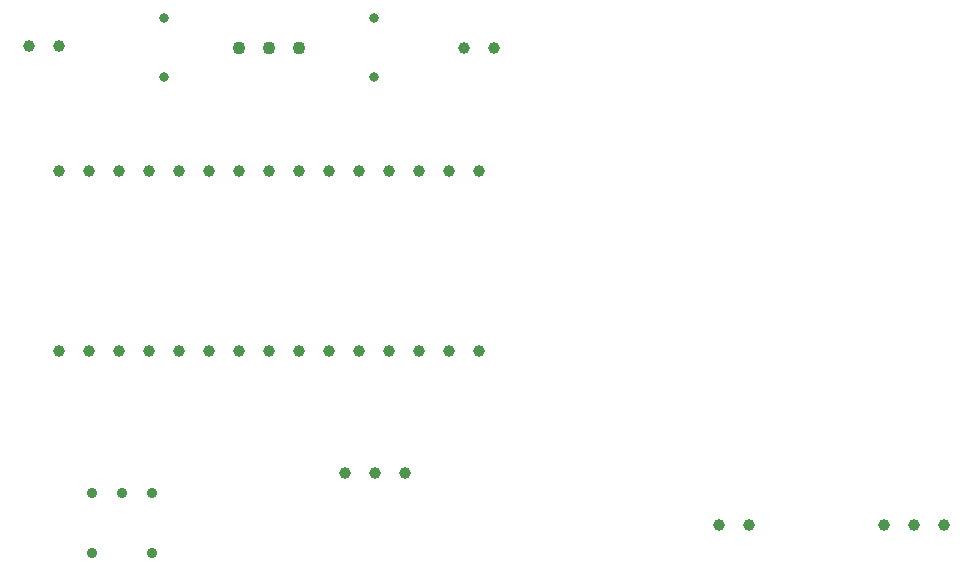
<source format=gbr>
%TF.GenerationSoftware,KiCad,Pcbnew,(6.0.11)*%
%TF.CreationDate,2023-01-29T20:34:43-05:00*%
%TF.ProjectId,Coil_Winder,436f696c-5f57-4696-9e64-65722e6b6963,rev?*%
%TF.SameCoordinates,Original*%
%TF.FileFunction,Plated,1,2,PTH,Drill*%
%TF.FilePolarity,Positive*%
%FSLAX46Y46*%
G04 Gerber Fmt 4.6, Leading zero omitted, Abs format (unit mm)*
G04 Created by KiCad (PCBNEW (6.0.11)) date 2023-01-29 20:34:43*
%MOMM*%
%LPD*%
G01*
G04 APERTURE LIST*
%TA.AperFunction,ComponentDrill*%
%ADD10C,0.800000*%
%TD*%
%TA.AperFunction,ComponentDrill*%
%ADD11C,0.900000*%
%TD*%
%TA.AperFunction,ComponentDrill*%
%ADD12C,1.000000*%
%TD*%
%TA.AperFunction,ComponentDrill*%
%ADD13C,1.100000*%
%TD*%
G04 APERTURE END LIST*
D10*
%TO.C,C1*%
X66040000Y-73470000D03*
X66040000Y-78470000D03*
%TO.C,C2*%
X83820000Y-73470000D03*
X83820000Y-78470000D03*
D11*
%TO.C,SW1*%
X59920000Y-113660000D03*
X59920000Y-118740000D03*
X62460000Y-113660000D03*
X65000000Y-113660000D03*
X65000000Y-118740000D03*
D12*
%TO.C,J1*%
X54605000Y-75780000D03*
X57145000Y-75780000D03*
%TO.C,U2*%
X57150000Y-86370000D03*
X57150000Y-101610000D03*
X59690000Y-86370000D03*
X59690000Y-101610000D03*
X62230000Y-86370000D03*
X62230000Y-101610000D03*
X64770000Y-86370000D03*
X64770000Y-101610000D03*
X67310000Y-86370000D03*
X67310000Y-101610000D03*
X69850000Y-86370000D03*
X69850000Y-101610000D03*
X72390000Y-86370000D03*
X72390000Y-101610000D03*
X74930000Y-86370000D03*
X74930000Y-101610000D03*
X77470000Y-86370000D03*
X77470000Y-101610000D03*
X80010000Y-86370000D03*
X80010000Y-101610000D03*
%TO.C,RV1*%
X81325000Y-112000000D03*
%TO.C,U2*%
X82550000Y-86370000D03*
X82550000Y-101610000D03*
%TO.C,RV1*%
X83865000Y-112000000D03*
%TO.C,U2*%
X85090000Y-86370000D03*
X85090000Y-101610000D03*
%TO.C,RV1*%
X86405000Y-112000000D03*
%TO.C,U2*%
X87630000Y-86370000D03*
X87630000Y-101610000D03*
X90170000Y-86370000D03*
X90170000Y-101610000D03*
%TO.C,SW2*%
X91440000Y-76010000D03*
%TO.C,U2*%
X92710000Y-86370000D03*
X92710000Y-101610000D03*
%TO.C,SW2*%
X93980000Y-76010000D03*
%TO.C,J2*%
X113035000Y-116380000D03*
X115575000Y-116380000D03*
%TO.C,J3*%
X127000000Y-116380000D03*
X129540000Y-116380000D03*
X132080000Y-116380000D03*
D13*
%TO.C,U1*%
X72390000Y-75960000D03*
X74930000Y-75960000D03*
X77470000Y-75960000D03*
M02*

</source>
